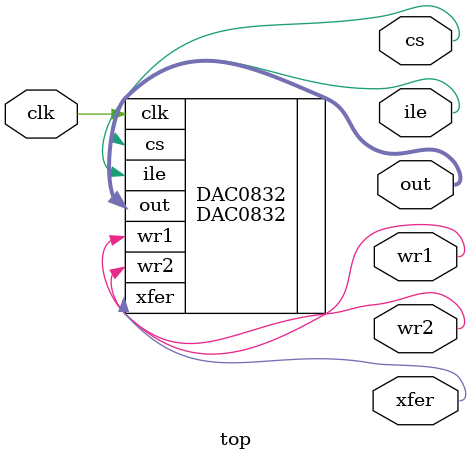
<source format=v>
`timescale 1ns / 1ps


module top(
    input clk,
    output [7:0] out,
    output ile,
    output cs,
    output wr1,
    output wr2,
    output xfer
    );
    
    
    DAC0832 DAC0832(
        .clk(clk),
        .out(out),
        .ile(ile),
        .cs(cs),
        .wr1(wr1),
        .wr2(wr2),
        .xfer(xfer)
    );
    
endmodule

</source>
